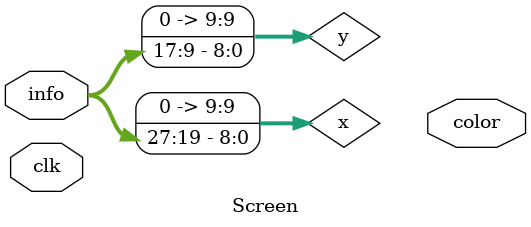
<source format=v>
`timescale 1ns / 1ps


module Screen(color, clk, info);
    parameter SCREEN_WIDTH = 10;
    
    wire [SCREEN_WIDTH-1:0] x;
    wire [SCREEN_WIDTH-1:0] y;
    input clk;
    input [31:0] info;
    output [11:0] color;
    
//    reg [7:0] done0[1:0][63:0][600:0];
//    reg [7:0] done1[1:0][63:0][600:0];
//    reg [7:0] done2[1:0][63:0][600:0];
//    reg [7:0] done3[1:0][63:0][600:0];
//    reg [7:0] done4[1:0][63:0][600:0];
//    reg [7:0] done5[1:0][63:0][600:0];
//    reg [7:0] done6[1:0][63:0][600:0];
//    reg [7:0] done7[1:0][63:0][600:0];
//    reg [7:0] done8[1:0][63:0][600:0];
//    reg [7:0] done9[1:0][63:0][600:0];
//    reg [7:0] done10[1:0][63:0][600:0];
//    reg [7:0] done11[1:0][63:0][600:0];
//    reg [7:0] done12[1:0][63:0][600:0];

//    reg [7:0] done0[1:0][63:0][300:0];
//    reg [7:0] done1[1:0][63:0][300:0];
//    reg [7:0] done2[1:0][63:0][300:0];
//    reg [7:0] done3[1:0][63:0][300:0];
//    reg [7:0] done4[1:0][63:0][300:0];
//    reg [7:0] done5[1:0][63:0][300:0];
//    reg [7:0] done6[1:0][63:0][300:0];
    
//    reg done[1:0][640:0][480:0];
    
    
    wire [3:0] colorId;
//    reg i = 0;
//    ColorCvt colorCvt(colorId, color);
    localparam Width = 640;
    localparam Height = 480;
    localparam width = 488;
    localparam height = 280;
    localparam wst = 76;
    localparam hst = 100; 
    
    assign x = (info[7+2*SCREEN_WIDTH:7+SCREEN_WIDTH+1]>>1);
    assign y = (info[7+SCREEN_WIDTH:8]>>1);
    reg [0:0] flag;
    always @* begin
        if (x > wst - 1 && x < wst + width && y > hst - 1 && y < hst + height) flag = 1;
        else flag = 0;
    end
    
    
    wire [17:0] idx;
    assign idx = ((y-hst)*(width) + x-wst);
    
    vram mem(.clka(clk), .clkb(clk), .addra(idx), .addrb(idx), .dina(info[3:0]), .doutb(colorId), .wea(flag), .ena(flag), .enb(flag));
    
//    wire [SCREEN_WIDTH-7:0] type;
//    wire [5:0] bias;
//    assign bias = x[5:0];
//    assign type = x[SCREEN_WIDTH-1:6];
    
    
//    always @* begin
////        case (type)
////            0: colorId = done0[i][bias][y];
////            1: colorId = done1[i][bias][y];
////            2: colorId = done2[i][bias][y];
////            3: colorId = done3[i][bias][y];
////            4: colorId = done4[i][bias][y];
////            5: colorId = done5[i][bias][y];
////            6: colorId = done6[i][bias][y];
////            7: colorId = done7[i][bias][y];
////            8: colorId = done8[i][bias][y];
////            9: colorId = done9[i][bias][y];
////            10: colorId = done10[i][bias][y];
////            11: colorId = done11[i][bias][y];
////            12: colorId = done12[i][bias][y];
////        endcase
        
//        colorId = done[i][x][y];
//    end
    
//    always @(posedge clk) begin
//        if(info[31])begin
//            i <= i^1;
//        end
////        case (type)
////            0: done0[i^1][bias][y] <= info[7:0];
////            1: done1[i^1][bias][y] <= info[7:0];
////            2: done2[i^1][bias][y] <= info[7:0];
////            3: done3[i^1][bias][y] <= info[7:0];
////            4: done4[i^1][bias][y] <= info[7:0];
////            5: done5[i^1][bias][y] <= info[7:0];
////            6: done6[i^1][bias][y] <= info[7:0];
////            7: done7[i^1][bias][y] <= info[7:0];
////            8: done8[i^1][bias][y] <= info[7:0];
////            9: done9[i^1][bias][y] <= info[7:0];
////            10: done10[i^1][bias][y] <= info[7:0];
////            11: done11[i^1][bias][y] <= info[7:0];
////            12: done12[i^1][bias][y] <= info[7:0];
////        endcase
//        done[i^1][x][y] <= info[3:0];
//    end 
    
endmodule

</source>
